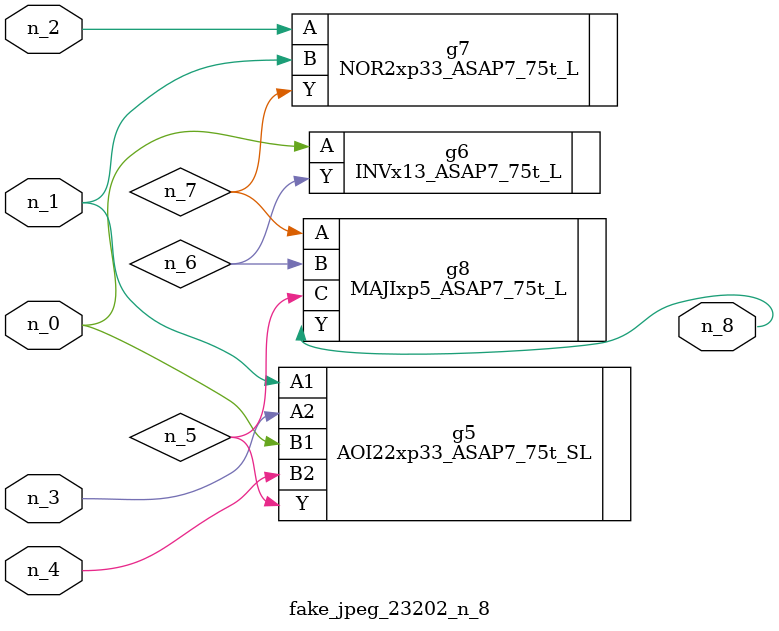
<source format=v>
module fake_jpeg_23202_n_8 (n_3, n_2, n_1, n_0, n_4, n_8);

input n_3;
input n_2;
input n_1;
input n_0;
input n_4;

output n_8;

wire n_6;
wire n_5;
wire n_7;

AOI22xp33_ASAP7_75t_SL g5 ( 
.A1(n_1),
.A2(n_3),
.B1(n_0),
.B2(n_4),
.Y(n_5)
);

INVx13_ASAP7_75t_L g6 ( 
.A(n_0),
.Y(n_6)
);

NOR2xp33_ASAP7_75t_L g7 ( 
.A(n_2),
.B(n_1),
.Y(n_7)
);

MAJIxp5_ASAP7_75t_L g8 ( 
.A(n_7),
.B(n_6),
.C(n_5),
.Y(n_8)
);


endmodule
</source>
